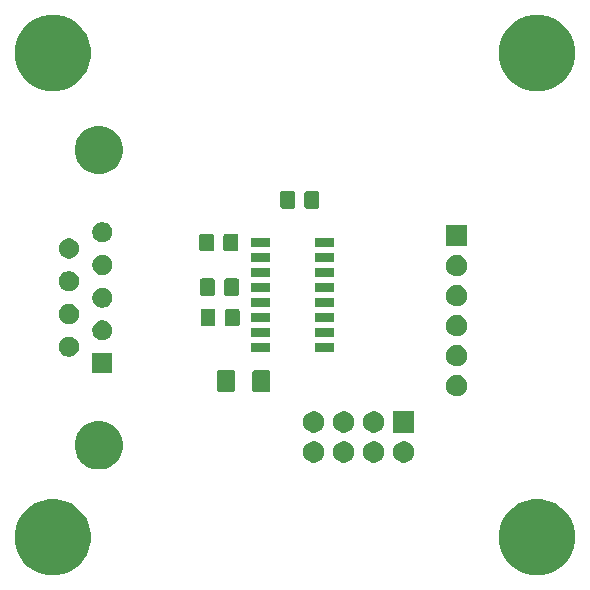
<source format=gbr>
G04 #@! TF.GenerationSoftware,KiCad,Pcbnew,(5.1.5)-3*
G04 #@! TF.CreationDate,2020-05-21T16:28:19-04:00*
G04 #@! TF.ProjectId,RS232_TTL_Female,52533233-325f-4545-944c-5f46656d616c,rev?*
G04 #@! TF.SameCoordinates,Original*
G04 #@! TF.FileFunction,Soldermask,Top*
G04 #@! TF.FilePolarity,Negative*
%FSLAX46Y46*%
G04 Gerber Fmt 4.6, Leading zero omitted, Abs format (unit mm)*
G04 Created by KiCad (PCBNEW (5.1.5)-3) date 2020-05-21 16:28:19*
%MOMM*%
%LPD*%
G04 APERTURE LIST*
%ADD10C,0.100000*%
G04 APERTURE END LIST*
D10*
G36*
X101940988Y-70897973D02*
G01*
X102528082Y-71141155D01*
X102528084Y-71141156D01*
X103056455Y-71494202D01*
X103505798Y-71943545D01*
X103858844Y-72471916D01*
X103858845Y-72471918D01*
X104102027Y-73059012D01*
X104226000Y-73682265D01*
X104226000Y-74317735D01*
X104102027Y-74940988D01*
X103858845Y-75528082D01*
X103858844Y-75528084D01*
X103505798Y-76056455D01*
X103056455Y-76505798D01*
X102528084Y-76858844D01*
X102528083Y-76858845D01*
X102528082Y-76858845D01*
X101940988Y-77102027D01*
X101317735Y-77226000D01*
X100682265Y-77226000D01*
X100059012Y-77102027D01*
X99471918Y-76858845D01*
X99471917Y-76858845D01*
X99471916Y-76858844D01*
X98943545Y-76505798D01*
X98494202Y-76056455D01*
X98141156Y-75528084D01*
X98141155Y-75528082D01*
X97897973Y-74940988D01*
X97774000Y-74317735D01*
X97774000Y-73682265D01*
X97897973Y-73059012D01*
X98141155Y-72471918D01*
X98141156Y-72471916D01*
X98494202Y-71943545D01*
X98943545Y-71494202D01*
X99471916Y-71141156D01*
X99471918Y-71141155D01*
X100059012Y-70897973D01*
X100682265Y-70774000D01*
X101317735Y-70774000D01*
X101940988Y-70897973D01*
G37*
G36*
X60940988Y-70897973D02*
G01*
X61528082Y-71141155D01*
X61528084Y-71141156D01*
X62056455Y-71494202D01*
X62505798Y-71943545D01*
X62858844Y-72471916D01*
X62858845Y-72471918D01*
X63102027Y-73059012D01*
X63226000Y-73682265D01*
X63226000Y-74317735D01*
X63102027Y-74940988D01*
X62858845Y-75528082D01*
X62858844Y-75528084D01*
X62505798Y-76056455D01*
X62056455Y-76505798D01*
X61528084Y-76858844D01*
X61528083Y-76858845D01*
X61528082Y-76858845D01*
X60940988Y-77102027D01*
X60317735Y-77226000D01*
X59682265Y-77226000D01*
X59059012Y-77102027D01*
X58471918Y-76858845D01*
X58471917Y-76858845D01*
X58471916Y-76858844D01*
X57943545Y-76505798D01*
X57494202Y-76056455D01*
X57141156Y-75528084D01*
X57141155Y-75528082D01*
X56897973Y-74940988D01*
X56774000Y-74317735D01*
X56774000Y-73682265D01*
X56897973Y-73059012D01*
X57141155Y-72471918D01*
X57141156Y-72471916D01*
X57494202Y-71943545D01*
X57943545Y-71494202D01*
X58471916Y-71141156D01*
X58471918Y-71141155D01*
X59059012Y-70897973D01*
X59682265Y-70774000D01*
X60317735Y-70774000D01*
X60940988Y-70897973D01*
G37*
G36*
X64500954Y-64237218D02*
G01*
X64874211Y-64391826D01*
X64874213Y-64391827D01*
X65041060Y-64503311D01*
X65210136Y-64616284D01*
X65495816Y-64901964D01*
X65720274Y-65237889D01*
X65874882Y-65611146D01*
X65953700Y-66007393D01*
X65953700Y-66411407D01*
X65874882Y-66807654D01*
X65777269Y-67043312D01*
X65720273Y-67180913D01*
X65495816Y-67516836D01*
X65210136Y-67802516D01*
X64874213Y-68026973D01*
X64874212Y-68026974D01*
X64874211Y-68026974D01*
X64500954Y-68181582D01*
X64104707Y-68260400D01*
X63700693Y-68260400D01*
X63304446Y-68181582D01*
X62931189Y-68026974D01*
X62931188Y-68026974D01*
X62931187Y-68026973D01*
X62595264Y-67802516D01*
X62309584Y-67516836D01*
X62085127Y-67180913D01*
X62028131Y-67043312D01*
X61930518Y-66807654D01*
X61851700Y-66411407D01*
X61851700Y-66007393D01*
X61930518Y-65611146D01*
X62085126Y-65237889D01*
X62309584Y-64901964D01*
X62595264Y-64616284D01*
X62764340Y-64503311D01*
X62931187Y-64391827D01*
X62931189Y-64391826D01*
X63304446Y-64237218D01*
X63700693Y-64158400D01*
X64104707Y-64158400D01*
X64500954Y-64237218D01*
G37*
G36*
X82210512Y-65884427D02*
G01*
X82359812Y-65914124D01*
X82523784Y-65982044D01*
X82671354Y-66080647D01*
X82796853Y-66206146D01*
X82895456Y-66353716D01*
X82963376Y-66517688D01*
X82998000Y-66691759D01*
X82998000Y-66869241D01*
X82963376Y-67043312D01*
X82895456Y-67207284D01*
X82796853Y-67354854D01*
X82671354Y-67480353D01*
X82523784Y-67578956D01*
X82359812Y-67646876D01*
X82210512Y-67676573D01*
X82185742Y-67681500D01*
X82008258Y-67681500D01*
X81983488Y-67676573D01*
X81834188Y-67646876D01*
X81670216Y-67578956D01*
X81522646Y-67480353D01*
X81397147Y-67354854D01*
X81298544Y-67207284D01*
X81230624Y-67043312D01*
X81196000Y-66869241D01*
X81196000Y-66691759D01*
X81230624Y-66517688D01*
X81298544Y-66353716D01*
X81397147Y-66206146D01*
X81522646Y-66080647D01*
X81670216Y-65982044D01*
X81834188Y-65914124D01*
X81983488Y-65884427D01*
X82008258Y-65879500D01*
X82185742Y-65879500D01*
X82210512Y-65884427D01*
G37*
G36*
X89830512Y-65884427D02*
G01*
X89979812Y-65914124D01*
X90143784Y-65982044D01*
X90291354Y-66080647D01*
X90416853Y-66206146D01*
X90515456Y-66353716D01*
X90583376Y-66517688D01*
X90618000Y-66691759D01*
X90618000Y-66869241D01*
X90583376Y-67043312D01*
X90515456Y-67207284D01*
X90416853Y-67354854D01*
X90291354Y-67480353D01*
X90143784Y-67578956D01*
X89979812Y-67646876D01*
X89830512Y-67676573D01*
X89805742Y-67681500D01*
X89628258Y-67681500D01*
X89603488Y-67676573D01*
X89454188Y-67646876D01*
X89290216Y-67578956D01*
X89142646Y-67480353D01*
X89017147Y-67354854D01*
X88918544Y-67207284D01*
X88850624Y-67043312D01*
X88816000Y-66869241D01*
X88816000Y-66691759D01*
X88850624Y-66517688D01*
X88918544Y-66353716D01*
X89017147Y-66206146D01*
X89142646Y-66080647D01*
X89290216Y-65982044D01*
X89454188Y-65914124D01*
X89603488Y-65884427D01*
X89628258Y-65879500D01*
X89805742Y-65879500D01*
X89830512Y-65884427D01*
G37*
G36*
X84750512Y-65884427D02*
G01*
X84899812Y-65914124D01*
X85063784Y-65982044D01*
X85211354Y-66080647D01*
X85336853Y-66206146D01*
X85435456Y-66353716D01*
X85503376Y-66517688D01*
X85538000Y-66691759D01*
X85538000Y-66869241D01*
X85503376Y-67043312D01*
X85435456Y-67207284D01*
X85336853Y-67354854D01*
X85211354Y-67480353D01*
X85063784Y-67578956D01*
X84899812Y-67646876D01*
X84750512Y-67676573D01*
X84725742Y-67681500D01*
X84548258Y-67681500D01*
X84523488Y-67676573D01*
X84374188Y-67646876D01*
X84210216Y-67578956D01*
X84062646Y-67480353D01*
X83937147Y-67354854D01*
X83838544Y-67207284D01*
X83770624Y-67043312D01*
X83736000Y-66869241D01*
X83736000Y-66691759D01*
X83770624Y-66517688D01*
X83838544Y-66353716D01*
X83937147Y-66206146D01*
X84062646Y-66080647D01*
X84210216Y-65982044D01*
X84374188Y-65914124D01*
X84523488Y-65884427D01*
X84548258Y-65879500D01*
X84725742Y-65879500D01*
X84750512Y-65884427D01*
G37*
G36*
X87290512Y-65884427D02*
G01*
X87439812Y-65914124D01*
X87603784Y-65982044D01*
X87751354Y-66080647D01*
X87876853Y-66206146D01*
X87975456Y-66353716D01*
X88043376Y-66517688D01*
X88078000Y-66691759D01*
X88078000Y-66869241D01*
X88043376Y-67043312D01*
X87975456Y-67207284D01*
X87876853Y-67354854D01*
X87751354Y-67480353D01*
X87603784Y-67578956D01*
X87439812Y-67646876D01*
X87290512Y-67676573D01*
X87265742Y-67681500D01*
X87088258Y-67681500D01*
X87063488Y-67676573D01*
X86914188Y-67646876D01*
X86750216Y-67578956D01*
X86602646Y-67480353D01*
X86477147Y-67354854D01*
X86378544Y-67207284D01*
X86310624Y-67043312D01*
X86276000Y-66869241D01*
X86276000Y-66691759D01*
X86310624Y-66517688D01*
X86378544Y-66353716D01*
X86477147Y-66206146D01*
X86602646Y-66080647D01*
X86750216Y-65982044D01*
X86914188Y-65914124D01*
X87063488Y-65884427D01*
X87088258Y-65879500D01*
X87265742Y-65879500D01*
X87290512Y-65884427D01*
G37*
G36*
X82210512Y-63344427D02*
G01*
X82359812Y-63374124D01*
X82523784Y-63442044D01*
X82671354Y-63540647D01*
X82796853Y-63666146D01*
X82895456Y-63813716D01*
X82963376Y-63977688D01*
X82998000Y-64151759D01*
X82998000Y-64329241D01*
X82963376Y-64503312D01*
X82895456Y-64667284D01*
X82796853Y-64814854D01*
X82671354Y-64940353D01*
X82523784Y-65038956D01*
X82359812Y-65106876D01*
X82210512Y-65136573D01*
X82185742Y-65141500D01*
X82008258Y-65141500D01*
X81983488Y-65136573D01*
X81834188Y-65106876D01*
X81670216Y-65038956D01*
X81522646Y-64940353D01*
X81397147Y-64814854D01*
X81298544Y-64667284D01*
X81230624Y-64503312D01*
X81196000Y-64329241D01*
X81196000Y-64151759D01*
X81230624Y-63977688D01*
X81298544Y-63813716D01*
X81397147Y-63666146D01*
X81522646Y-63540647D01*
X81670216Y-63442044D01*
X81834188Y-63374124D01*
X81983488Y-63344427D01*
X82008258Y-63339500D01*
X82185742Y-63339500D01*
X82210512Y-63344427D01*
G37*
G36*
X84750512Y-63344427D02*
G01*
X84899812Y-63374124D01*
X85063784Y-63442044D01*
X85211354Y-63540647D01*
X85336853Y-63666146D01*
X85435456Y-63813716D01*
X85503376Y-63977688D01*
X85538000Y-64151759D01*
X85538000Y-64329241D01*
X85503376Y-64503312D01*
X85435456Y-64667284D01*
X85336853Y-64814854D01*
X85211354Y-64940353D01*
X85063784Y-65038956D01*
X84899812Y-65106876D01*
X84750512Y-65136573D01*
X84725742Y-65141500D01*
X84548258Y-65141500D01*
X84523488Y-65136573D01*
X84374188Y-65106876D01*
X84210216Y-65038956D01*
X84062646Y-64940353D01*
X83937147Y-64814854D01*
X83838544Y-64667284D01*
X83770624Y-64503312D01*
X83736000Y-64329241D01*
X83736000Y-64151759D01*
X83770624Y-63977688D01*
X83838544Y-63813716D01*
X83937147Y-63666146D01*
X84062646Y-63540647D01*
X84210216Y-63442044D01*
X84374188Y-63374124D01*
X84523488Y-63344427D01*
X84548258Y-63339500D01*
X84725742Y-63339500D01*
X84750512Y-63344427D01*
G37*
G36*
X87290512Y-63344427D02*
G01*
X87439812Y-63374124D01*
X87603784Y-63442044D01*
X87751354Y-63540647D01*
X87876853Y-63666146D01*
X87975456Y-63813716D01*
X88043376Y-63977688D01*
X88078000Y-64151759D01*
X88078000Y-64329241D01*
X88043376Y-64503312D01*
X87975456Y-64667284D01*
X87876853Y-64814854D01*
X87751354Y-64940353D01*
X87603784Y-65038956D01*
X87439812Y-65106876D01*
X87290512Y-65136573D01*
X87265742Y-65141500D01*
X87088258Y-65141500D01*
X87063488Y-65136573D01*
X86914188Y-65106876D01*
X86750216Y-65038956D01*
X86602646Y-64940353D01*
X86477147Y-64814854D01*
X86378544Y-64667284D01*
X86310624Y-64503312D01*
X86276000Y-64329241D01*
X86276000Y-64151759D01*
X86310624Y-63977688D01*
X86378544Y-63813716D01*
X86477147Y-63666146D01*
X86602646Y-63540647D01*
X86750216Y-63442044D01*
X86914188Y-63374124D01*
X87063488Y-63344427D01*
X87088258Y-63339500D01*
X87265742Y-63339500D01*
X87290512Y-63344427D01*
G37*
G36*
X90618000Y-65141500D02*
G01*
X88816000Y-65141500D01*
X88816000Y-63339500D01*
X90618000Y-63339500D01*
X90618000Y-65141500D01*
G37*
G36*
X94313612Y-60271027D02*
G01*
X94462912Y-60300724D01*
X94626884Y-60368644D01*
X94774454Y-60467247D01*
X94899953Y-60592746D01*
X94998556Y-60740316D01*
X95066476Y-60904288D01*
X95101100Y-61078359D01*
X95101100Y-61255841D01*
X95066476Y-61429912D01*
X94998556Y-61593884D01*
X94899953Y-61741454D01*
X94774454Y-61866953D01*
X94626884Y-61965556D01*
X94462912Y-62033476D01*
X94313612Y-62063173D01*
X94288842Y-62068100D01*
X94111358Y-62068100D01*
X94086588Y-62063173D01*
X93937288Y-62033476D01*
X93773316Y-61965556D01*
X93625746Y-61866953D01*
X93500247Y-61741454D01*
X93401644Y-61593884D01*
X93333724Y-61429912D01*
X93299100Y-61255841D01*
X93299100Y-61078359D01*
X93333724Y-60904288D01*
X93401644Y-60740316D01*
X93500247Y-60592746D01*
X93625746Y-60467247D01*
X93773316Y-60368644D01*
X93937288Y-60300724D01*
X94086588Y-60271027D01*
X94111358Y-60266100D01*
X94288842Y-60266100D01*
X94313612Y-60271027D01*
G37*
G36*
X78265362Y-59860981D02*
G01*
X78300281Y-59871574D01*
X78332463Y-59888776D01*
X78360673Y-59911927D01*
X78383824Y-59940137D01*
X78401026Y-59972319D01*
X78411619Y-60007238D01*
X78415800Y-60049695D01*
X78415800Y-61515905D01*
X78411619Y-61558362D01*
X78401026Y-61593281D01*
X78383824Y-61625463D01*
X78360673Y-61653673D01*
X78332463Y-61676824D01*
X78300281Y-61694026D01*
X78265362Y-61704619D01*
X78222905Y-61708800D01*
X77081695Y-61708800D01*
X77039238Y-61704619D01*
X77004319Y-61694026D01*
X76972137Y-61676824D01*
X76943927Y-61653673D01*
X76920776Y-61625463D01*
X76903574Y-61593281D01*
X76892981Y-61558362D01*
X76888800Y-61515905D01*
X76888800Y-60049695D01*
X76892981Y-60007238D01*
X76903574Y-59972319D01*
X76920776Y-59940137D01*
X76943927Y-59911927D01*
X76972137Y-59888776D01*
X77004319Y-59871574D01*
X77039238Y-59860981D01*
X77081695Y-59856800D01*
X78222905Y-59856800D01*
X78265362Y-59860981D01*
G37*
G36*
X75290362Y-59860981D02*
G01*
X75325281Y-59871574D01*
X75357463Y-59888776D01*
X75385673Y-59911927D01*
X75408824Y-59940137D01*
X75426026Y-59972319D01*
X75436619Y-60007238D01*
X75440800Y-60049695D01*
X75440800Y-61515905D01*
X75436619Y-61558362D01*
X75426026Y-61593281D01*
X75408824Y-61625463D01*
X75385673Y-61653673D01*
X75357463Y-61676824D01*
X75325281Y-61694026D01*
X75290362Y-61704619D01*
X75247905Y-61708800D01*
X74106695Y-61708800D01*
X74064238Y-61704619D01*
X74029319Y-61694026D01*
X73997137Y-61676824D01*
X73968927Y-61653673D01*
X73945776Y-61625463D01*
X73928574Y-61593281D01*
X73917981Y-61558362D01*
X73913800Y-61515905D01*
X73913800Y-60049695D01*
X73917981Y-60007238D01*
X73928574Y-59972319D01*
X73945776Y-59940137D01*
X73968927Y-59911927D01*
X73997137Y-59888776D01*
X74029319Y-59871574D01*
X74064238Y-59860981D01*
X74106695Y-59856800D01*
X75247905Y-59856800D01*
X75290362Y-59860981D01*
G37*
G36*
X65053700Y-60100400D02*
G01*
X63351700Y-60100400D01*
X63351700Y-58398400D01*
X65053700Y-58398400D01*
X65053700Y-60100400D01*
G37*
G36*
X94313612Y-57731027D02*
G01*
X94462912Y-57760724D01*
X94626884Y-57828644D01*
X94774454Y-57927247D01*
X94899953Y-58052746D01*
X94998556Y-58200316D01*
X95066476Y-58364288D01*
X95101100Y-58538359D01*
X95101100Y-58715841D01*
X95066476Y-58889912D01*
X94998556Y-59053884D01*
X94899953Y-59201454D01*
X94774454Y-59326953D01*
X94626884Y-59425556D01*
X94462912Y-59493476D01*
X94313612Y-59523173D01*
X94288842Y-59528100D01*
X94111358Y-59528100D01*
X94086588Y-59523173D01*
X93937288Y-59493476D01*
X93773316Y-59425556D01*
X93625746Y-59326953D01*
X93500247Y-59201454D01*
X93401644Y-59053884D01*
X93333724Y-58889912D01*
X93299100Y-58715841D01*
X93299100Y-58538359D01*
X93333724Y-58364288D01*
X93401644Y-58200316D01*
X93500247Y-58052746D01*
X93625746Y-57927247D01*
X93773316Y-57828644D01*
X93937288Y-57760724D01*
X94086588Y-57731027D01*
X94111358Y-57726100D01*
X94288842Y-57726100D01*
X94313612Y-57731027D01*
G37*
G36*
X61610928Y-57046103D02*
G01*
X61765800Y-57110253D01*
X61905181Y-57203385D01*
X62023715Y-57321919D01*
X62116847Y-57461300D01*
X62180997Y-57616172D01*
X62213700Y-57780584D01*
X62213700Y-57948216D01*
X62180997Y-58112628D01*
X62116847Y-58267500D01*
X62023715Y-58406881D01*
X61905181Y-58525415D01*
X61765800Y-58618547D01*
X61610928Y-58682697D01*
X61446516Y-58715400D01*
X61278884Y-58715400D01*
X61114472Y-58682697D01*
X60959600Y-58618547D01*
X60820219Y-58525415D01*
X60701685Y-58406881D01*
X60608553Y-58267500D01*
X60544403Y-58112628D01*
X60511700Y-57948216D01*
X60511700Y-57780584D01*
X60544403Y-57616172D01*
X60608553Y-57461300D01*
X60701685Y-57321919D01*
X60820219Y-57203385D01*
X60959600Y-57110253D01*
X61114472Y-57046103D01*
X61278884Y-57013400D01*
X61446516Y-57013400D01*
X61610928Y-57046103D01*
G37*
G36*
X83781900Y-58292300D02*
G01*
X82179900Y-58292300D01*
X82179900Y-57590300D01*
X83781900Y-57590300D01*
X83781900Y-58292300D01*
G37*
G36*
X78381900Y-58292300D02*
G01*
X76779900Y-58292300D01*
X76779900Y-57590300D01*
X78381900Y-57590300D01*
X78381900Y-58292300D01*
G37*
G36*
X64450928Y-55661103D02*
G01*
X64605800Y-55725253D01*
X64745181Y-55818385D01*
X64863715Y-55936919D01*
X64956847Y-56076300D01*
X65020997Y-56231172D01*
X65053700Y-56395584D01*
X65053700Y-56563216D01*
X65020997Y-56727628D01*
X64956847Y-56882500D01*
X64863715Y-57021881D01*
X64745181Y-57140415D01*
X64605800Y-57233547D01*
X64450928Y-57297697D01*
X64286516Y-57330400D01*
X64118884Y-57330400D01*
X63954472Y-57297697D01*
X63799600Y-57233547D01*
X63660219Y-57140415D01*
X63541685Y-57021881D01*
X63448553Y-56882500D01*
X63384403Y-56727628D01*
X63351700Y-56563216D01*
X63351700Y-56395584D01*
X63384403Y-56231172D01*
X63448553Y-56076300D01*
X63541685Y-55936919D01*
X63660219Y-55818385D01*
X63799600Y-55725253D01*
X63954472Y-55661103D01*
X64118884Y-55628400D01*
X64286516Y-55628400D01*
X64450928Y-55661103D01*
G37*
G36*
X78381900Y-57022300D02*
G01*
X76779900Y-57022300D01*
X76779900Y-56320300D01*
X78381900Y-56320300D01*
X78381900Y-57022300D01*
G37*
G36*
X83781900Y-57022300D02*
G01*
X82179900Y-57022300D01*
X82179900Y-56320300D01*
X83781900Y-56320300D01*
X83781900Y-57022300D01*
G37*
G36*
X94313612Y-55191027D02*
G01*
X94462912Y-55220724D01*
X94626884Y-55288644D01*
X94774454Y-55387247D01*
X94899953Y-55512746D01*
X94998556Y-55660316D01*
X95066476Y-55824288D01*
X95101100Y-55998359D01*
X95101100Y-56175841D01*
X95066476Y-56349912D01*
X94998556Y-56513884D01*
X94899953Y-56661454D01*
X94774454Y-56786953D01*
X94626884Y-56885556D01*
X94462912Y-56953476D01*
X94313612Y-56983173D01*
X94288842Y-56988100D01*
X94111358Y-56988100D01*
X94086588Y-56983173D01*
X93937288Y-56953476D01*
X93773316Y-56885556D01*
X93625746Y-56786953D01*
X93500247Y-56661454D01*
X93401644Y-56513884D01*
X93333724Y-56349912D01*
X93299100Y-56175841D01*
X93299100Y-55998359D01*
X93333724Y-55824288D01*
X93401644Y-55660316D01*
X93500247Y-55512746D01*
X93625746Y-55387247D01*
X93773316Y-55288644D01*
X93937288Y-55220724D01*
X94086588Y-55191027D01*
X94111358Y-55186100D01*
X94288842Y-55186100D01*
X94313612Y-55191027D01*
G37*
G36*
X75660874Y-54654765D02*
G01*
X75698567Y-54666199D01*
X75733303Y-54684766D01*
X75763748Y-54709752D01*
X75788734Y-54740197D01*
X75807301Y-54774933D01*
X75818735Y-54812626D01*
X75823200Y-54857961D01*
X75823200Y-55944639D01*
X75818735Y-55989974D01*
X75807301Y-56027667D01*
X75788734Y-56062403D01*
X75763748Y-56092848D01*
X75733303Y-56117834D01*
X75698567Y-56136401D01*
X75660874Y-56147835D01*
X75615539Y-56152300D01*
X74778861Y-56152300D01*
X74733526Y-56147835D01*
X74695833Y-56136401D01*
X74661097Y-56117834D01*
X74630652Y-56092848D01*
X74605666Y-56062403D01*
X74587099Y-56027667D01*
X74575665Y-55989974D01*
X74571200Y-55944639D01*
X74571200Y-54857961D01*
X74575665Y-54812626D01*
X74587099Y-54774933D01*
X74605666Y-54740197D01*
X74630652Y-54709752D01*
X74661097Y-54684766D01*
X74695833Y-54666199D01*
X74733526Y-54654765D01*
X74778861Y-54650300D01*
X75615539Y-54650300D01*
X75660874Y-54654765D01*
G37*
G36*
X73610874Y-54654765D02*
G01*
X73648567Y-54666199D01*
X73683303Y-54684766D01*
X73713748Y-54709752D01*
X73738734Y-54740197D01*
X73757301Y-54774933D01*
X73768735Y-54812626D01*
X73773200Y-54857961D01*
X73773200Y-55944639D01*
X73768735Y-55989974D01*
X73757301Y-56027667D01*
X73738734Y-56062403D01*
X73713748Y-56092848D01*
X73683303Y-56117834D01*
X73648567Y-56136401D01*
X73610874Y-56147835D01*
X73565539Y-56152300D01*
X72728861Y-56152300D01*
X72683526Y-56147835D01*
X72645833Y-56136401D01*
X72611097Y-56117834D01*
X72580652Y-56092848D01*
X72555666Y-56062403D01*
X72537099Y-56027667D01*
X72525665Y-55989974D01*
X72521200Y-55944639D01*
X72521200Y-54857961D01*
X72525665Y-54812626D01*
X72537099Y-54774933D01*
X72555666Y-54740197D01*
X72580652Y-54709752D01*
X72611097Y-54684766D01*
X72645833Y-54666199D01*
X72683526Y-54654765D01*
X72728861Y-54650300D01*
X73565539Y-54650300D01*
X73610874Y-54654765D01*
G37*
G36*
X61610928Y-54276103D02*
G01*
X61765800Y-54340253D01*
X61905181Y-54433385D01*
X62023715Y-54551919D01*
X62116847Y-54691300D01*
X62180997Y-54846172D01*
X62213700Y-55010584D01*
X62213700Y-55178216D01*
X62180997Y-55342628D01*
X62116847Y-55497500D01*
X62023715Y-55636881D01*
X61905181Y-55755415D01*
X61765800Y-55848547D01*
X61610928Y-55912697D01*
X61446516Y-55945400D01*
X61278884Y-55945400D01*
X61114472Y-55912697D01*
X60959600Y-55848547D01*
X60820219Y-55755415D01*
X60701685Y-55636881D01*
X60608553Y-55497500D01*
X60544403Y-55342628D01*
X60511700Y-55178216D01*
X60511700Y-55010584D01*
X60544403Y-54846172D01*
X60608553Y-54691300D01*
X60701685Y-54551919D01*
X60820219Y-54433385D01*
X60959600Y-54340253D01*
X61114472Y-54276103D01*
X61278884Y-54243400D01*
X61446516Y-54243400D01*
X61610928Y-54276103D01*
G37*
G36*
X83781900Y-55752300D02*
G01*
X82179900Y-55752300D01*
X82179900Y-55050300D01*
X83781900Y-55050300D01*
X83781900Y-55752300D01*
G37*
G36*
X78381900Y-55752300D02*
G01*
X76779900Y-55752300D01*
X76779900Y-55050300D01*
X78381900Y-55050300D01*
X78381900Y-55752300D01*
G37*
G36*
X64450928Y-52891103D02*
G01*
X64605800Y-52955253D01*
X64745181Y-53048385D01*
X64863715Y-53166919D01*
X64956847Y-53306300D01*
X65020997Y-53461172D01*
X65053700Y-53625584D01*
X65053700Y-53793216D01*
X65020997Y-53957628D01*
X64956847Y-54112500D01*
X64863715Y-54251881D01*
X64745181Y-54370415D01*
X64605800Y-54463547D01*
X64450928Y-54527697D01*
X64286516Y-54560400D01*
X64118884Y-54560400D01*
X63954472Y-54527697D01*
X63799600Y-54463547D01*
X63660219Y-54370415D01*
X63541685Y-54251881D01*
X63448553Y-54112500D01*
X63384403Y-53957628D01*
X63351700Y-53793216D01*
X63351700Y-53625584D01*
X63384403Y-53461172D01*
X63448553Y-53306300D01*
X63541685Y-53166919D01*
X63660219Y-53048385D01*
X63799600Y-52955253D01*
X63954472Y-52891103D01*
X64118884Y-52858400D01*
X64286516Y-52858400D01*
X64450928Y-52891103D01*
G37*
G36*
X78381900Y-54482300D02*
G01*
X76779900Y-54482300D01*
X76779900Y-53780300D01*
X78381900Y-53780300D01*
X78381900Y-54482300D01*
G37*
G36*
X83781900Y-54482300D02*
G01*
X82179900Y-54482300D01*
X82179900Y-53780300D01*
X83781900Y-53780300D01*
X83781900Y-54482300D01*
G37*
G36*
X94313612Y-52651027D02*
G01*
X94462912Y-52680724D01*
X94626884Y-52748644D01*
X94774454Y-52847247D01*
X94899953Y-52972746D01*
X94998556Y-53120316D01*
X95066476Y-53284288D01*
X95101100Y-53458359D01*
X95101100Y-53635841D01*
X95066476Y-53809912D01*
X94998556Y-53973884D01*
X94899953Y-54121454D01*
X94774454Y-54246953D01*
X94626884Y-54345556D01*
X94462912Y-54413476D01*
X94313612Y-54443173D01*
X94288842Y-54448100D01*
X94111358Y-54448100D01*
X94086588Y-54443173D01*
X93937288Y-54413476D01*
X93773316Y-54345556D01*
X93625746Y-54246953D01*
X93500247Y-54121454D01*
X93401644Y-53973884D01*
X93333724Y-53809912D01*
X93299100Y-53635841D01*
X93299100Y-53458359D01*
X93333724Y-53284288D01*
X93401644Y-53120316D01*
X93500247Y-52972746D01*
X93625746Y-52847247D01*
X93773316Y-52748644D01*
X93937288Y-52680724D01*
X94086588Y-52651027D01*
X94111358Y-52646100D01*
X94288842Y-52646100D01*
X94313612Y-52651027D01*
G37*
G36*
X75610074Y-52089365D02*
G01*
X75647767Y-52100799D01*
X75682503Y-52119366D01*
X75712948Y-52144352D01*
X75737934Y-52174797D01*
X75756501Y-52209533D01*
X75767935Y-52247226D01*
X75772400Y-52292561D01*
X75772400Y-53379239D01*
X75767935Y-53424574D01*
X75756501Y-53462267D01*
X75737934Y-53497003D01*
X75712948Y-53527448D01*
X75682503Y-53552434D01*
X75647767Y-53571001D01*
X75610074Y-53582435D01*
X75564739Y-53586900D01*
X74728061Y-53586900D01*
X74682726Y-53582435D01*
X74645033Y-53571001D01*
X74610297Y-53552434D01*
X74579852Y-53527448D01*
X74554866Y-53497003D01*
X74536299Y-53462267D01*
X74524865Y-53424574D01*
X74520400Y-53379239D01*
X74520400Y-52292561D01*
X74524865Y-52247226D01*
X74536299Y-52209533D01*
X74554866Y-52174797D01*
X74579852Y-52144352D01*
X74610297Y-52119366D01*
X74645033Y-52100799D01*
X74682726Y-52089365D01*
X74728061Y-52084900D01*
X75564739Y-52084900D01*
X75610074Y-52089365D01*
G37*
G36*
X73560074Y-52089365D02*
G01*
X73597767Y-52100799D01*
X73632503Y-52119366D01*
X73662948Y-52144352D01*
X73687934Y-52174797D01*
X73706501Y-52209533D01*
X73717935Y-52247226D01*
X73722400Y-52292561D01*
X73722400Y-53379239D01*
X73717935Y-53424574D01*
X73706501Y-53462267D01*
X73687934Y-53497003D01*
X73662948Y-53527448D01*
X73632503Y-53552434D01*
X73597767Y-53571001D01*
X73560074Y-53582435D01*
X73514739Y-53586900D01*
X72678061Y-53586900D01*
X72632726Y-53582435D01*
X72595033Y-53571001D01*
X72560297Y-53552434D01*
X72529852Y-53527448D01*
X72504866Y-53497003D01*
X72486299Y-53462267D01*
X72474865Y-53424574D01*
X72470400Y-53379239D01*
X72470400Y-52292561D01*
X72474865Y-52247226D01*
X72486299Y-52209533D01*
X72504866Y-52174797D01*
X72529852Y-52144352D01*
X72560297Y-52119366D01*
X72595033Y-52100799D01*
X72632726Y-52089365D01*
X72678061Y-52084900D01*
X73514739Y-52084900D01*
X73560074Y-52089365D01*
G37*
G36*
X83781900Y-53212300D02*
G01*
X82179900Y-53212300D01*
X82179900Y-52510300D01*
X83781900Y-52510300D01*
X83781900Y-53212300D01*
G37*
G36*
X78381900Y-53212300D02*
G01*
X76779900Y-53212300D01*
X76779900Y-52510300D01*
X78381900Y-52510300D01*
X78381900Y-53212300D01*
G37*
G36*
X61610928Y-51506103D02*
G01*
X61765800Y-51570253D01*
X61905181Y-51663385D01*
X62023715Y-51781919D01*
X62116847Y-51921300D01*
X62180997Y-52076172D01*
X62213700Y-52240584D01*
X62213700Y-52408216D01*
X62180997Y-52572628D01*
X62116847Y-52727500D01*
X62023715Y-52866881D01*
X61905181Y-52985415D01*
X61765800Y-53078547D01*
X61610928Y-53142697D01*
X61446516Y-53175400D01*
X61278884Y-53175400D01*
X61114472Y-53142697D01*
X60959600Y-53078547D01*
X60820219Y-52985415D01*
X60701685Y-52866881D01*
X60608553Y-52727500D01*
X60544403Y-52572628D01*
X60511700Y-52408216D01*
X60511700Y-52240584D01*
X60544403Y-52076172D01*
X60608553Y-51921300D01*
X60701685Y-51781919D01*
X60820219Y-51663385D01*
X60959600Y-51570253D01*
X61114472Y-51506103D01*
X61278884Y-51473400D01*
X61446516Y-51473400D01*
X61610928Y-51506103D01*
G37*
G36*
X83781900Y-51942300D02*
G01*
X82179900Y-51942300D01*
X82179900Y-51240300D01*
X83781900Y-51240300D01*
X83781900Y-51942300D01*
G37*
G36*
X78381900Y-51942300D02*
G01*
X76779900Y-51942300D01*
X76779900Y-51240300D01*
X78381900Y-51240300D01*
X78381900Y-51942300D01*
G37*
G36*
X94313612Y-50111027D02*
G01*
X94462912Y-50140724D01*
X94626884Y-50208644D01*
X94774454Y-50307247D01*
X94899953Y-50432746D01*
X94998556Y-50580316D01*
X95066476Y-50744288D01*
X95101100Y-50918359D01*
X95101100Y-51095841D01*
X95066476Y-51269912D01*
X94998556Y-51433884D01*
X94899953Y-51581454D01*
X94774454Y-51706953D01*
X94626884Y-51805556D01*
X94462912Y-51873476D01*
X94313612Y-51903173D01*
X94288842Y-51908100D01*
X94111358Y-51908100D01*
X94086588Y-51903173D01*
X93937288Y-51873476D01*
X93773316Y-51805556D01*
X93625746Y-51706953D01*
X93500247Y-51581454D01*
X93401644Y-51433884D01*
X93333724Y-51269912D01*
X93299100Y-51095841D01*
X93299100Y-50918359D01*
X93333724Y-50744288D01*
X93401644Y-50580316D01*
X93500247Y-50432746D01*
X93625746Y-50307247D01*
X93773316Y-50208644D01*
X93937288Y-50140724D01*
X94086588Y-50111027D01*
X94111358Y-50106100D01*
X94288842Y-50106100D01*
X94313612Y-50111027D01*
G37*
G36*
X64450928Y-50121103D02*
G01*
X64605800Y-50185253D01*
X64745181Y-50278385D01*
X64863715Y-50396919D01*
X64956847Y-50536300D01*
X65020997Y-50691172D01*
X65053700Y-50855584D01*
X65053700Y-51023216D01*
X65020997Y-51187628D01*
X64956847Y-51342500D01*
X64863715Y-51481881D01*
X64745181Y-51600415D01*
X64605800Y-51693547D01*
X64450928Y-51757697D01*
X64286516Y-51790400D01*
X64118884Y-51790400D01*
X63954472Y-51757697D01*
X63799600Y-51693547D01*
X63660219Y-51600415D01*
X63541685Y-51481881D01*
X63448553Y-51342500D01*
X63384403Y-51187628D01*
X63351700Y-51023216D01*
X63351700Y-50855584D01*
X63384403Y-50691172D01*
X63448553Y-50536300D01*
X63541685Y-50396919D01*
X63660219Y-50278385D01*
X63799600Y-50185253D01*
X63954472Y-50121103D01*
X64118884Y-50088400D01*
X64286516Y-50088400D01*
X64450928Y-50121103D01*
G37*
G36*
X83781900Y-50672300D02*
G01*
X82179900Y-50672300D01*
X82179900Y-49970300D01*
X83781900Y-49970300D01*
X83781900Y-50672300D01*
G37*
G36*
X78381900Y-50672300D02*
G01*
X76779900Y-50672300D01*
X76779900Y-49970300D01*
X78381900Y-49970300D01*
X78381900Y-50672300D01*
G37*
G36*
X61610928Y-48736103D02*
G01*
X61765800Y-48800253D01*
X61905181Y-48893385D01*
X62023715Y-49011919D01*
X62116847Y-49151300D01*
X62180997Y-49306172D01*
X62213700Y-49470584D01*
X62213700Y-49638216D01*
X62180997Y-49802628D01*
X62116847Y-49957500D01*
X62023715Y-50096881D01*
X61905181Y-50215415D01*
X61765800Y-50308547D01*
X61610928Y-50372697D01*
X61446516Y-50405400D01*
X61278884Y-50405400D01*
X61114472Y-50372697D01*
X60959600Y-50308547D01*
X60820219Y-50215415D01*
X60701685Y-50096881D01*
X60608553Y-49957500D01*
X60544403Y-49802628D01*
X60511700Y-49638216D01*
X60511700Y-49470584D01*
X60544403Y-49306172D01*
X60608553Y-49151300D01*
X60701685Y-49011919D01*
X60820219Y-48893385D01*
X60959600Y-48800253D01*
X61114472Y-48736103D01*
X61278884Y-48703400D01*
X61446516Y-48703400D01*
X61610928Y-48736103D01*
G37*
G36*
X75546574Y-48304765D02*
G01*
X75584267Y-48316199D01*
X75619003Y-48334766D01*
X75649448Y-48359752D01*
X75674434Y-48390197D01*
X75693001Y-48424933D01*
X75704435Y-48462626D01*
X75708900Y-48507961D01*
X75708900Y-49594639D01*
X75704435Y-49639974D01*
X75693001Y-49677667D01*
X75674434Y-49712403D01*
X75649448Y-49742848D01*
X75619003Y-49767834D01*
X75584267Y-49786401D01*
X75546574Y-49797835D01*
X75501239Y-49802300D01*
X74664561Y-49802300D01*
X74619226Y-49797835D01*
X74581533Y-49786401D01*
X74546797Y-49767834D01*
X74516352Y-49742848D01*
X74491366Y-49712403D01*
X74472799Y-49677667D01*
X74461365Y-49639974D01*
X74456900Y-49594639D01*
X74456900Y-48507961D01*
X74461365Y-48462626D01*
X74472799Y-48424933D01*
X74491366Y-48390197D01*
X74516352Y-48359752D01*
X74546797Y-48334766D01*
X74581533Y-48316199D01*
X74619226Y-48304765D01*
X74664561Y-48300300D01*
X75501239Y-48300300D01*
X75546574Y-48304765D01*
G37*
G36*
X73496574Y-48304765D02*
G01*
X73534267Y-48316199D01*
X73569003Y-48334766D01*
X73599448Y-48359752D01*
X73624434Y-48390197D01*
X73643001Y-48424933D01*
X73654435Y-48462626D01*
X73658900Y-48507961D01*
X73658900Y-49594639D01*
X73654435Y-49639974D01*
X73643001Y-49677667D01*
X73624434Y-49712403D01*
X73599448Y-49742848D01*
X73569003Y-49767834D01*
X73534267Y-49786401D01*
X73496574Y-49797835D01*
X73451239Y-49802300D01*
X72614561Y-49802300D01*
X72569226Y-49797835D01*
X72531533Y-49786401D01*
X72496797Y-49767834D01*
X72466352Y-49742848D01*
X72441366Y-49712403D01*
X72422799Y-49677667D01*
X72411365Y-49639974D01*
X72406900Y-49594639D01*
X72406900Y-48507961D01*
X72411365Y-48462626D01*
X72422799Y-48424933D01*
X72441366Y-48390197D01*
X72466352Y-48359752D01*
X72496797Y-48334766D01*
X72531533Y-48316199D01*
X72569226Y-48304765D01*
X72614561Y-48300300D01*
X73451239Y-48300300D01*
X73496574Y-48304765D01*
G37*
G36*
X78381900Y-49402300D02*
G01*
X76779900Y-49402300D01*
X76779900Y-48700300D01*
X78381900Y-48700300D01*
X78381900Y-49402300D01*
G37*
G36*
X83781900Y-49402300D02*
G01*
X82179900Y-49402300D01*
X82179900Y-48700300D01*
X83781900Y-48700300D01*
X83781900Y-49402300D01*
G37*
G36*
X95101100Y-49368100D02*
G01*
X93299100Y-49368100D01*
X93299100Y-47566100D01*
X95101100Y-47566100D01*
X95101100Y-49368100D01*
G37*
G36*
X64450928Y-47351103D02*
G01*
X64605800Y-47415253D01*
X64745181Y-47508385D01*
X64863715Y-47626919D01*
X64956847Y-47766300D01*
X65020997Y-47921172D01*
X65053700Y-48085584D01*
X65053700Y-48253216D01*
X65020997Y-48417628D01*
X64956847Y-48572500D01*
X64863715Y-48711881D01*
X64745181Y-48830415D01*
X64605800Y-48923547D01*
X64450928Y-48987697D01*
X64286516Y-49020400D01*
X64118884Y-49020400D01*
X63954472Y-48987697D01*
X63799600Y-48923547D01*
X63660219Y-48830415D01*
X63541685Y-48711881D01*
X63448553Y-48572500D01*
X63384403Y-48417628D01*
X63351700Y-48253216D01*
X63351700Y-48085584D01*
X63384403Y-47921172D01*
X63448553Y-47766300D01*
X63541685Y-47626919D01*
X63660219Y-47508385D01*
X63799600Y-47415253D01*
X63954472Y-47351103D01*
X64118884Y-47318400D01*
X64286516Y-47318400D01*
X64450928Y-47351103D01*
G37*
G36*
X80354574Y-44672565D02*
G01*
X80392267Y-44683999D01*
X80427003Y-44702566D01*
X80457448Y-44727552D01*
X80482434Y-44757997D01*
X80501001Y-44792733D01*
X80512435Y-44830426D01*
X80516900Y-44875761D01*
X80516900Y-45962439D01*
X80512435Y-46007774D01*
X80501001Y-46045467D01*
X80482434Y-46080203D01*
X80457448Y-46110648D01*
X80427003Y-46135634D01*
X80392267Y-46154201D01*
X80354574Y-46165635D01*
X80309239Y-46170100D01*
X79472561Y-46170100D01*
X79427226Y-46165635D01*
X79389533Y-46154201D01*
X79354797Y-46135634D01*
X79324352Y-46110648D01*
X79299366Y-46080203D01*
X79280799Y-46045467D01*
X79269365Y-46007774D01*
X79264900Y-45962439D01*
X79264900Y-44875761D01*
X79269365Y-44830426D01*
X79280799Y-44792733D01*
X79299366Y-44757997D01*
X79324352Y-44727552D01*
X79354797Y-44702566D01*
X79389533Y-44683999D01*
X79427226Y-44672565D01*
X79472561Y-44668100D01*
X80309239Y-44668100D01*
X80354574Y-44672565D01*
G37*
G36*
X82404574Y-44672565D02*
G01*
X82442267Y-44683999D01*
X82477003Y-44702566D01*
X82507448Y-44727552D01*
X82532434Y-44757997D01*
X82551001Y-44792733D01*
X82562435Y-44830426D01*
X82566900Y-44875761D01*
X82566900Y-45962439D01*
X82562435Y-46007774D01*
X82551001Y-46045467D01*
X82532434Y-46080203D01*
X82507448Y-46110648D01*
X82477003Y-46135634D01*
X82442267Y-46154201D01*
X82404574Y-46165635D01*
X82359239Y-46170100D01*
X81522561Y-46170100D01*
X81477226Y-46165635D01*
X81439533Y-46154201D01*
X81404797Y-46135634D01*
X81374352Y-46110648D01*
X81349366Y-46080203D01*
X81330799Y-46045467D01*
X81319365Y-46007774D01*
X81314900Y-45962439D01*
X81314900Y-44875761D01*
X81319365Y-44830426D01*
X81330799Y-44792733D01*
X81349366Y-44757997D01*
X81374352Y-44727552D01*
X81404797Y-44702566D01*
X81439533Y-44683999D01*
X81477226Y-44672565D01*
X81522561Y-44668100D01*
X82359239Y-44668100D01*
X82404574Y-44672565D01*
G37*
G36*
X64500954Y-39237218D02*
G01*
X64874211Y-39391826D01*
X64874213Y-39391827D01*
X65210136Y-39616284D01*
X65495816Y-39901964D01*
X65720274Y-40237889D01*
X65874882Y-40611146D01*
X65953700Y-41007393D01*
X65953700Y-41411407D01*
X65874882Y-41807654D01*
X65720274Y-42180911D01*
X65720273Y-42180913D01*
X65495816Y-42516836D01*
X65210136Y-42802516D01*
X64874213Y-43026973D01*
X64874212Y-43026974D01*
X64874211Y-43026974D01*
X64500954Y-43181582D01*
X64104707Y-43260400D01*
X63700693Y-43260400D01*
X63304446Y-43181582D01*
X62931189Y-43026974D01*
X62931188Y-43026974D01*
X62931187Y-43026973D01*
X62595264Y-42802516D01*
X62309584Y-42516836D01*
X62085127Y-42180913D01*
X62085126Y-42180911D01*
X61930518Y-41807654D01*
X61851700Y-41411407D01*
X61851700Y-41007393D01*
X61930518Y-40611146D01*
X62085126Y-40237889D01*
X62309584Y-39901964D01*
X62595264Y-39616284D01*
X62931187Y-39391827D01*
X62931189Y-39391826D01*
X63304446Y-39237218D01*
X63700693Y-39158400D01*
X64104707Y-39158400D01*
X64500954Y-39237218D01*
G37*
G36*
X60940988Y-29897973D02*
G01*
X61528082Y-30141155D01*
X61528084Y-30141156D01*
X62056455Y-30494202D01*
X62505798Y-30943545D01*
X62858844Y-31471916D01*
X62858845Y-31471918D01*
X63102027Y-32059012D01*
X63226000Y-32682265D01*
X63226000Y-33317735D01*
X63102027Y-33940988D01*
X62858845Y-34528082D01*
X62858844Y-34528084D01*
X62505798Y-35056455D01*
X62056455Y-35505798D01*
X61528084Y-35858844D01*
X61528083Y-35858845D01*
X61528082Y-35858845D01*
X60940988Y-36102027D01*
X60317735Y-36226000D01*
X59682265Y-36226000D01*
X59059012Y-36102027D01*
X58471918Y-35858845D01*
X58471917Y-35858845D01*
X58471916Y-35858844D01*
X57943545Y-35505798D01*
X57494202Y-35056455D01*
X57141156Y-34528084D01*
X57141155Y-34528082D01*
X56897973Y-33940988D01*
X56774000Y-33317735D01*
X56774000Y-32682265D01*
X56897973Y-32059012D01*
X57141155Y-31471918D01*
X57141156Y-31471916D01*
X57494202Y-30943545D01*
X57943545Y-30494202D01*
X58471916Y-30141156D01*
X58471918Y-30141155D01*
X59059012Y-29897973D01*
X59682265Y-29774000D01*
X60317735Y-29774000D01*
X60940988Y-29897973D01*
G37*
G36*
X101940988Y-29897973D02*
G01*
X102528082Y-30141155D01*
X102528084Y-30141156D01*
X103056455Y-30494202D01*
X103505798Y-30943545D01*
X103858844Y-31471916D01*
X103858845Y-31471918D01*
X104102027Y-32059012D01*
X104226000Y-32682265D01*
X104226000Y-33317735D01*
X104102027Y-33940988D01*
X103858845Y-34528082D01*
X103858844Y-34528084D01*
X103505798Y-35056455D01*
X103056455Y-35505798D01*
X102528084Y-35858844D01*
X102528083Y-35858845D01*
X102528082Y-35858845D01*
X101940988Y-36102027D01*
X101317735Y-36226000D01*
X100682265Y-36226000D01*
X100059012Y-36102027D01*
X99471918Y-35858845D01*
X99471917Y-35858845D01*
X99471916Y-35858844D01*
X98943545Y-35505798D01*
X98494202Y-35056455D01*
X98141156Y-34528084D01*
X98141155Y-34528082D01*
X97897973Y-33940988D01*
X97774000Y-33317735D01*
X97774000Y-32682265D01*
X97897973Y-32059012D01*
X98141155Y-31471918D01*
X98141156Y-31471916D01*
X98494202Y-30943545D01*
X98943545Y-30494202D01*
X99471916Y-30141156D01*
X99471918Y-30141155D01*
X100059012Y-29897973D01*
X100682265Y-29774000D01*
X101317735Y-29774000D01*
X101940988Y-29897973D01*
G37*
M02*

</source>
